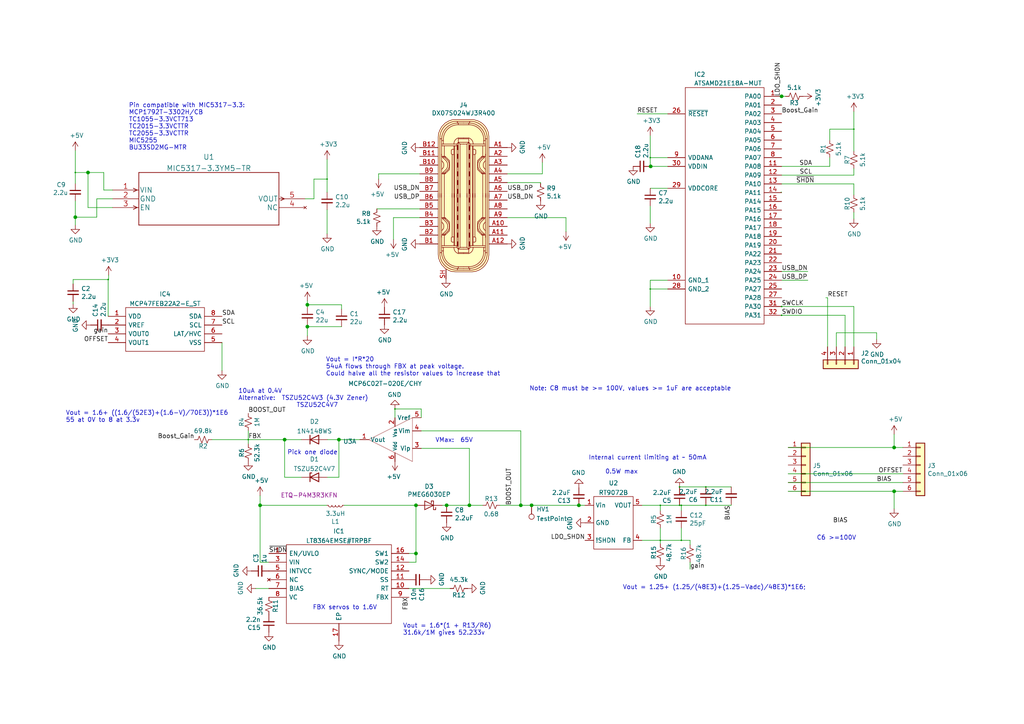
<source format=kicad_sch>
(kicad_sch (version 20231120) (generator "eeschema") (generator_version "8.0")
  (paper "A4")
  (lib_symbols
    (symbol "2021-12-04_19-05-44:MIC5317-3.3YM5-TR" (pin_names (offset 0.254))
      (property "Reference" "U" (at 27.94 10.16 0))
      (property "Value" "MIC5317-3.3YM5-TR" (at 27.94 7.62 0))
      (symbol "MIC5317-3.3YM5-TR_1_1"
        (pin input line (at 0 0 0) (length 7.62) (name "VIN") (number "1"))
        (pin power_in line (at 0 -2.54 0) (length 7.62) (name "GND") (number "2"))
        (pin input line (at 0 -5.08 0) (length 7.62) (name "EN") (number "3"))
        (pin no_connect line (at 55.88 -5.08 180) (length 7.62) (name "NC") (number "4"))
        (pin output line (at 55.88 -2.54 180) (length 7.62) (name "VOUT") (number "5"))
      )
    )
    (symbol "ATSAMD21E18A-AFT:ATSAMD21E18A-AFT" (pin_names (offset 0.762))
      (property "Reference" "IC" (at 29.21 20.32 0))
      (property "Value" "ATSAMD21E18A-AFT" (at 29.21 17.78 0))
      (symbol "ATSAMD21E18A-AFT_0_0"
        (pin bidirectional line (at 33.02 12.7 180) (length 5.08) (name "PA00") (number "1"))
        (pin bidirectional line (at 0 -40.64 0) (length 5.08) (name "GND_1") (number "10"))
        (pin bidirectional line (at 33.02 -7.62 180) (length 5.08) (name "PA08") (number "11"))
        (pin bidirectional line (at 33.02 -10.16 180) (length 5.08) (name "PA09") (number "12"))
        (pin bidirectional line (at 33.02 -12.7 180) (length 5.08) (name "PA10") (number "13"))
        (pin bidirectional line (at 33.02 -15.24 180) (length 5.08) (name "PA11") (number "14"))
        (pin bidirectional line (at 33.02 -17.78 180) (length 5.08) (name "PA14") (number "15"))
        (pin bidirectional line (at 33.02 -20.32 180) (length 5.08) (name "PA15") (number "16"))
        (pin bidirectional line (at 33.02 -22.86 180) (length 5.08) (name "PA16") (number "17"))
        (pin bidirectional line (at 33.02 -25.4 180) (length 5.08) (name "PA17") (number "18"))
        (pin bidirectional line (at 33.02 -27.94 180) (length 5.08) (name "PA18") (number "19"))
        (pin bidirectional line (at 33.02 10.16 180) (length 5.08) (name "PA01") (number "2"))
        (pin bidirectional line (at 33.02 -30.48 180) (length 5.08) (name "PA19") (number "20"))
        (pin bidirectional line (at 33.02 -33.02 180) (length 5.08) (name "PA22") (number "21"))
        (pin bidirectional line (at 33.02 -35.56 180) (length 5.08) (name "PA23") (number "22"))
        (pin bidirectional line (at 33.02 -38.1 180) (length 5.08) (name "PA24") (number "23"))
        (pin bidirectional line (at 33.02 -40.64 180) (length 5.08) (name "PA25") (number "24"))
        (pin bidirectional line (at 33.02 -43.18 180) (length 5.08) (name "PA27") (number "25"))
        (pin bidirectional line (at 33.02 -45.72 180) (length 5.08) (name "PA28") (number "27"))
        (pin bidirectional line (at 0 -43.18 0) (length 5.08) (name "GND_2") (number "28"))
        (pin bidirectional line (at 0 -13.97 0) (length 5.08) (name "VDDCORE") (number "29"))
        (pin bidirectional line (at 33.02 7.62 180) (length 5.08) (name "PA02") (number "3"))
        (pin bidirectional line (at 0 -7.62 0) (length 5.08) (name "VDDIN") (number "30"))
        (pin bidirectional line (at 33.02 -48.26 180) (length 5.08) (name "PA30") (number "31"))
        (pin bidirectional line (at 33.02 -50.8 180) (length 5.08) (name "PA31") (number "32"))
        (pin bidirectional line (at 0 -43.18 0) (length 5.08) hide (name "EP") (number "33"))
        (pin bidirectional line (at 33.02 5.08 180) (length 5.08) (name "PA03") (number "4"))
        (pin bidirectional line (at 33.02 2.54 180) (length 5.08) (name "PA04") (number "5"))
        (pin bidirectional line (at 33.02 0 180) (length 5.08) (name "PA05") (number "6"))
        (pin bidirectional line (at 33.02 -2.54 180) (length 5.08) (name "PA06") (number "7"))
        (pin bidirectional line (at 33.02 -5.08 180) (length 5.08) (name "PA07") (number "8"))
        (pin bidirectional line (at 0 -5.08 0) (length 5.08) (name "VDDANA") (number "9"))
      )
      (symbol "ATSAMD21E18A-AFT_1_0"
        (pin bidirectional line (at 0 7.62 0) (length 5.08) (name "~{RESET}") (number "26"))
      )
    )
    (symbol "Connector:TestPoint" (pin_numbers hide) (pin_names (offset 0.762) hide)
      (property "Reference" "TP" (at 0 6.858 0))
      (property "Value" "TestPoint" (at 0 5.08 0))
      (symbol "TestPoint_1_1"
        (pin passive line (at 0 0 90) (length 2.54) (name "1") (number "1"))
      )
    )
    (symbol "Connector_Generic:Conn_01x04" (pin_names hide)
      (property "Reference" "J" (at 0 5.08 0))
      (property "Value" "Conn_01x04" (at 0 -7.62 0))
      (symbol "Conn_01x04_1_1"
        (pin passive line (at -5.08 2.54 0) (length 3.81) (name "Pin_1") (number "1"))
        (pin passive line (at -5.08 0 0) (length 3.81) (name "Pin_2") (number "2"))
        (pin passive line (at -5.08 -2.54 0) (length 3.81) (name "Pin_3") (number "3"))
        (pin passive line (at -5.08 -5.08 0) (length 3.81) (name "Pin_4") (number "4"))
      )
    )
    (symbol "Connector_Generic:Conn_01x06" (pin_names hide)
      (property "Reference" "J" (at 0 7.62 0))
      (property "Value" "Conn_01x06" (at 0 -10.16 0))
      (symbol "Conn_01x06_1_1"
        (pin passive line (at -5.08 5.08 0) (length 3.81) (name "Pin_1") (number "1"))
        (pin passive line (at -5.08 2.54 0) (length 3.81) (name "Pin_2") (number "2"))
        (pin passive line (at -5.08 0 0) (length 3.81) (name "Pin_3") (number "3"))
        (pin passive line (at -5.08 -2.54 0) (length 3.81) (name "Pin_4") (number "4"))
        (pin passive line (at -5.08 -5.08 0) (length 3.81) (name "Pin_5") (number "5"))
        (pin passive line (at -5.08 -7.62 0) (length 3.81) (name "Pin_6") (number "6"))
      )
    )
    (symbol "Device:C_Small" (pin_numbers hide) (pin_names (offset 0.254) hide)
      (property "Reference" "C" (at 0.254 1.778 0))
      (property "Value" "C_Small" (at 0.254 -2.032 0))
      (symbol "C_Small_1_1"
        (pin passive line (at 0 2.54 270) (length 2.032) (name "~") (number "1"))
        (pin passive line (at 0 -2.54 90) (length 2.032) (name "~") (number "2"))
      )
    )
    (symbol "Device:C_Small_7" (pin_numbers hide) (pin_names (offset 0.254) hide)
      (property "Reference" "C" (at 0.254 1.778 0))
      (property "Value" "C_Small" (at 0.254 -2.032 0))
      (symbol "C_Small_7_1_1"
        (pin passive line (at 0 2.54 270) (length 2.032) (name "~") (number "1"))
        (pin passive line (at 0 -2.54 90) (length 2.032) (name "~") (number "2"))
      )
    )
    (symbol "Device:D_Zener" (pin_numbers hide) (pin_names (offset 1.016) hide)
      (property "Reference" "D" (at 0 2.54 0))
      (property "Value" "D_Zener" (at 0 -2.54 0))
      (symbol "D_Zener_1_1"
        (pin passive line (at -3.81 0 0) (length 2.54) (name "K") (number "1"))
        (pin passive line (at 3.81 0 180) (length 2.54) (name "A") (number "2"))
      )
    )
    (symbol "Device:L_Small" (pin_numbers hide) (pin_names (offset 0.254) hide)
      (property "Reference" "L" (at 0.762 1.016 0))
      (property "Value" "L_Small" (at 0.762 -1.016 0))
      (symbol "L_Small_1_1"
        (pin passive line (at 0 2.54 270) (length 0.508) (name "~") (number "1"))
        (pin passive line (at 0 -2.54 90) (length 0.508) (name "~") (number "2"))
      )
    )
    (symbol "Device:R_Small_US" (pin_numbers hide) (pin_names (offset 0.254) hide)
      (property "Reference" "R" (at 0.762 0.508 0))
      (property "Value" "R_Small_US" (at 0.762 -1.016 0))
      (symbol "R_Small_US_1_1"
        (pin passive line (at 0 2.54 270) (length 1.016) (name "~") (number "1"))
        (pin passive line (at 0 -2.54 90) (length 1.016) (name "~") (number "2"))
      )
    )
    (symbol "Device:R_Small_US_1" (pin_numbers hide) (pin_names (offset 0.254) hide)
      (property "Reference" "R" (at 0.762 0.508 0))
      (property "Value" "R_Small_US" (at 0.762 -1.016 0))
      (symbol "R_Small_US_1_1_1"
        (pin passive line (at 0 2.54 270) (length 1.016) (name "~") (number "1"))
        (pin passive line (at 0 -2.54 90) (length 1.016) (name "~") (number "2"))
      )
    )
    (symbol "Device:R_Small_US_10" (pin_numbers hide) (pin_names (offset 0.254) hide)
      (property "Reference" "R" (at 0.762 0.508 0))
      (property "Value" "R_Small_US" (at 0.762 -1.016 0))
      (symbol "R_Small_US_10_1_1"
        (pin passive line (at 0 2.54 270) (length 1.016) (name "~") (number "1"))
        (pin passive line (at 0 -2.54 90) (length 1.016) (name "~") (number "2"))
      )
    )
    (symbol "Device:R_Small_US_4" (pin_numbers hide) (pin_names (offset 0.254) hide)
      (property "Reference" "R" (at 0.762 0.508 0))
      (property "Value" "R_Small_US" (at 0.762 -1.016 0))
      (symbol "R_Small_US_4_1_1"
        (pin passive line (at 0 2.54 270) (length 1.016) (name "~") (number "1"))
        (pin passive line (at 0 -2.54 90) (length 1.016) (name "~") (number "2"))
      )
    )
    (symbol "Diode:1N4148" (pin_numbers hide) (pin_names (offset 1.016) hide)
      (property "Reference" "D" (at 0 2.54 0))
      (property "Value" "1N4148" (at 0 -2.54 0))
      (symbol "1N4148_1_1"
        (pin passive line (at -3.81 0 0) (length 2.54) (name "K") (number "1"))
        (pin passive line (at 3.81 0 180) (length 2.54) (name "A") (number "2"))
      )
    )
    (symbol "Diode:PMEG6010CEJ" (pin_numbers hide) (pin_names hide)
      (property "Reference" "D" (at 0 2.54 0))
      (property "Value" "PMEG6010CEJ" (at 0 -2.54 0))
      (symbol "PMEG6010CEJ_1_1"
        (pin passive line (at -3.81 0 0) (length 2.54) (name "K") (number "1"))
        (pin passive line (at 3.81 0 180) (length 2.54) (name "A") (number "2"))
      )
    )
    (symbol "MCP47FEB:LT8364EMSE#TRPBF" (pin_names (offset 0.762))
      (property "Reference" "IC" (at 36.83 7.62 0))
      (property "Value" "LT8364EMSE#TRPBF" (at 36.83 5.08 0))
      (symbol "LT8364EMSE#TRPBF_0_0"
        (pin passive line (at 0 0 0) (length 5.08) (name "EN/UVLO") (number "1"))
        (pin passive line (at 40.64 -10.16 180) (length 5.08) (name "RT") (number "10"))
        (pin passive line (at 40.64 -7.62 180) (length 5.08) (name "SS") (number "11"))
        (pin passive line (at 40.64 -5.08 180) (length 5.08) (name "SYNC/MODE") (number "12"))
        (pin passive line (at 40.64 -2.54 180) (length 5.08) (name "SW2") (number "14"))
        (pin passive line (at 40.64 0 180) (length 5.08) (name "SW1") (number "16"))
        (pin passive line (at 20.32 -25.4 90) (length 5.08) (name "EP") (number "17"))
        (pin passive line (at 0 -2.54 0) (length 5.08) (name "VIN") (number "3"))
        (pin passive line (at 0 -5.08 0) (length 5.08) (name "INTVCC") (number "5"))
        (pin no_connect line (at 0 -7.62 0) (length 5.08) (name "NC") (number "6"))
        (pin passive line (at 0 -10.16 0) (length 5.08) (name "BIAS") (number "7"))
        (pin passive line (at 0 -12.7 0) (length 5.08) (name "VC") (number "8"))
        (pin passive line (at 40.64 -12.7 180) (length 5.08) (name "FBX") (number "9"))
      )
    )
    (symbol "MCP6C02:MCP6C02"
      (property "Reference" "U" (at -2.54 7.62 0))
      (property "Value" "MCP6C02" (at 1.27 -11.43 0))
      (symbol "MCP6C02_1_1"
        (pin output line (at 11.43 0 180) (length 2.54) (name "Vout") (number "1"))
        (pin power_in line (at 1.27 -6.35 90) (length 2.54) (name "Vss") (number "2"))
        (pin input line (at -6.35 2.54 0) (length 2.54) (name "Vip") (number "3"))
        (pin input line (at -6.35 -2.54 0) (length 2.54) (name "Vim") (number "4"))
        (pin input line (at -6.35 -6.35 0) (length 2.54) (name "Vref") (number "5"))
        (pin power_in line (at 1.27 6.35 270) (length 2.54) (name "Vdd") (number "6"))
      )
      (symbol "MCP6C02_2_1"
        (pin power_in line (at 2.54 2.54 90) (length 2.54) (name "Vdd") (number "-UB"))
        (pin output line (at 11.43 0 180) (length 2.54) (name "Vout") (number "1-UB"))
        (pin power_in line (at 2.54 -3.81 270) (length 2.54) (name "Vss") (number "2-UB"))
        (pin input line (at -6.35 2.54 0) (length 2.54) (name "Vip") (number "3-UB"))
        (pin input line (at -6.35 -2.54 0) (length 2.54) (name "Vim") (number "4-UB"))
        (pin input line (at -6.35 -6.35 0) (length 2.54) (name "Vref") (number "5-UB"))
      )
      (symbol "MCP6C02_3_1"
        (pin power_in line (at 2.54 2.54 90) (length 2.54) (name "Vdd") (number "-UC"))
        (pin output line (at 11.43 0 180) (length 2.54) (name "Vout") (number "1-UC"))
        (pin power_in line (at 2.54 -3.81 270) (length 2.54) (name "Vss") (number "2-UC"))
        (pin input line (at -6.35 2.54 0) (length 2.54) (name "Vip") (number "3-UC"))
        (pin input line (at -6.35 -2.54 0) (length 2.54) (name "Vim") (number "4-UC"))
        (pin input line (at -6.35 -6.35 0) (length 2.54) (name "Vref") (number "5-UC"))
      )
      (symbol "MCP6C02_4_1"
        (pin power_in line (at 2.54 2.54 90) (length 2.54) (name "Vdd") (number "-UD"))
        (pin output line (at 11.43 0 180) (length 2.54) (name "Vout") (number "1-UD"))
        (pin power_in line (at 2.54 -3.81 270) (length 2.54) (name "Vss") (number "2-UD"))
        (pin input line (at -6.35 2.54 0) (length 2.54) (name "Vip") (number "3-UD"))
        (pin input line (at -6.35 -2.54 0) (length 2.54) (name "Vim") (number "4-UD"))
        (pin input line (at -6.35 -6.35 0) (length 2.54) (name "Vref") (number "5-UD"))
      )
      (symbol "MCP6C02_5_1"
        (pin power_in line (at 2.54 2.54 90) (length 2.54) (name "Vdd") (number "-UE"))
        (pin output line (at 11.43 0 180) (length 2.54) (name "Vout") (number "1-UE"))
        (pin power_in line (at 2.54 -3.81 270) (length 2.54) (name "Vss") (number "2-UE"))
        (pin input line (at -6.35 2.54 0) (length 2.54) (name "Vip") (number "3-UE"))
        (pin input line (at -6.35 -2.54 0) (length 2.54) (name "Vim") (number "4-UE"))
        (pin input line (at -6.35 -6.35 0) (length 2.54) (name "Vref") (number "5-UE"))
      )
      (symbol "MCP6C02_6_1"
        (pin power_in line (at 2.54 2.54 90) (length 2.54) (name "Vdd") (number "-UF"))
        (pin output line (at 11.43 0 180) (length 2.54) (name "Vout") (number "1-UF"))
        (pin power_in line (at 2.54 -3.81 270) (length 2.54) (name "Vss") (number "2-UF"))
        (pin input line (at -6.35 2.54 0) (length 2.54) (name "Vip") (number "3-UF"))
        (pin input line (at -6.35 -2.54 0) (length 2.54) (name "Vim") (number "4-UF"))
        (pin input line (at -6.35 -6.35 0) (length 2.54) (name "Vref") (number "5-UF"))
      )
    )
    (symbol "MicroChip DACs:MCP47FEB22A2-E_ST" (pin_names (offset 0.762))
      (property "Reference" "IC" (at 29.21 7.62 0))
      (property "Value" "MCP47FEB22A2-E_ST" (at 29.21 5.08 0))
      (symbol "MCP47FEB22A2-E_ST_0_0"
        (pin passive line (at 0 0 0) (length 5.08) (name "VDD") (number "1"))
        (pin passive line (at 0 -2.54 0) (length 5.08) (name "VREF") (number "2"))
        (pin passive line (at 0 -5.08 0) (length 5.08) (name "VOUT0") (number "3"))
        (pin passive line (at 0 -7.62 0) (length 5.08) (name "VOUT1") (number "4"))
        (pin passive line (at 33.02 -7.62 180) (length 5.08) (name "VSS") (number "5"))
        (pin passive line (at 33.02 -5.08 180) (length 5.08) (name "LAT/HVC") (number "6"))
        (pin passive line (at 33.02 -2.54 180) (length 5.08) (name "SCL") (number "7"))
        (pin passive line (at 33.02 0 180) (length 5.08) (name "SDA") (number "8"))
      )
    )
    (symbol "dk_USB-DVI-HDMI-Connectors:DX07S024WJ3R400"
      (property "Reference" "J" (at -11.43 19.05 0))
      (property "Value" "DX07S024WJ3R400" (at -2.54 -24.13 0))
      (symbol "DX07S024WJ3R400_1_1"
        (pin passive line (at 12.7 13.97 180) (length 5.334) (name "~") (number "A1"))
        (pin passive line (at 12.7 -8.89 180) (length 5.334) (name "~") (number "A10"))
        (pin passive line (at 12.7 -11.43 180) (length 5.334) (name "~") (number "A11"))
        (pin passive line (at 12.7 -13.97 180) (length 5.334) (name "~") (number "A12"))
        (pin passive line (at 12.7 11.43 180) (length 5.334) (name "~") (number "A2"))
        (pin passive line (at 12.7 8.89 180) (length 5.334) (name "~") (number "A3"))
        (pin passive line (at 12.7 6.35 180) (length 5.334) (name "~") (number "A4"))
        (pin passive line (at 12.7 3.81 180) (length 5.334) (name "~") (number "A5"))
        (pin passive line (at 12.7 1.27 180) (length 5.334) (name "~") (number "A6"))
        (pin passive line (at 12.7 -1.27 180) (length 5.334) (name "~") (number "A7"))
        (pin passive line (at 12.7 -3.81 180) (length 5.334) (name "~") (number "A8"))
        (pin passive line (at 12.7 -6.35 180) (length 5.334) (name "~") (number "A9"))
        (pin passive line (at -12.7 -13.97 0) (length 5.334) (name "~") (number "B1"))
        (pin passive line (at -12.7 8.89 0) (length 5.334) (name "~") (number "B10"))
        (pin passive line (at -12.7 11.43 0) (length 5.334) (name "~") (number "B11"))
        (pin passive line (at -12.7 13.97 0) (length 5.334) (name "~") (number "B12"))
        (pin passive line (at -12.7 -11.43 0) (length 5.334) (name "~") (number "B2"))
        (pin passive line (at -12.7 -8.89 0) (length 5.334) (name "~") (number "B3"))
        (pin passive line (at -12.7 -6.35 0) (length 5.334) (name "~") (number "B4"))
        (pin passive line (at -12.7 -3.81 0) (length 5.334) (name "~") (number "B5"))
        (pin passive line (at -12.7 -1.27 0) (length 5.334) (name "~") (number "B6"))
        (pin passive line (at -12.7 1.27 0) (length 5.334) (name "~") (number "B7"))
        (pin passive line (at -12.7 3.81 0) (length 5.334) (name "~") (number "B8"))
        (pin passive line (at -12.7 6.35 0) (length 5.334) (name "~") (number "B9"))
        (pin input line (at -5.08 -24.13 90) (length 2.794) (name "~") (number "SH"))
      )
    )
    (symbol "power:+3V3" (power) (pin_names (offset 0))
      (property "Value" "+3V3" (at 0 3.556 0))
      (symbol "+3V3_1_1"
        (pin power_in line (at 0 0 90) (length 0) hide (name "+3V3") (number "1"))
      )
    )
    (symbol "power:+5V" (power) (pin_names (offset 0))
      (property "Value" "+5V" (at 0 3.556 0))
      (symbol "+5V_1_1"
        (pin power_in line (at 0 0 90) (length 0) hide (name "+5V") (number "1"))
      )
    )
    (symbol "power:+5V_5" (power) (pin_names (offset 0))
      (property "Value" "+5V" (at 0 3.556 0))
      (symbol "+5V_5_1_1"
        (pin power_in line (at 0 0 90) (length 0) hide (name "+5V") (number "1"))
      )
    )
    (symbol "power:GND" (power) (pin_names (offset 0))
      (property "Value" "GND" (at 0 -3.81 0))
      (symbol "GND_1_1"
        (pin power_in line (at 0 0 270) (length 0) hide (name "GND") (number "1"))
      )
    )
    (symbol "power:GND_1" (power) (pin_names (offset 0))
      (property "Value" "GND" (at 0 -3.81 0))
      (symbol "GND_1_1_1"
        (pin power_in line (at 0 0 270) (length 0) hide (name "GND") (number "1"))
      )
    )
    (symbol "power:GND_16" (power) (pin_names (offset 0))
      (property "Value" "GND" (at 0 -3.81 0))
      (symbol "GND_16_1_1"
        (pin power_in line (at 0 0 270) (length 0) hide (name "GND") (number "1"))
      )
    )
    (symbol "power:GND_3" (power) (pin_names (offset 0))
      (property "Value" "GND" (at 0 -3.81 0))
      (symbol "GND_3_1_1"
        (pin power_in line (at 0 0 270) (length 0) hide (name "GND") (number "1"))
      )
    )
    (symbol "power:GND_4" (power) (pin_names (offset 0))
      (property "Value" "GND" (at 0 -3.81 0))
      (symbol "GND_4_1_1"
        (pin power_in line (at 0 0 270) (length 0) hide (name "GND") (number "1"))
      )
    )
    (symbol "sipm:RT9072B"
      (property "Reference" "U" (at -1.27 -10.16 0))
      (property "Value" "RT9072B" (at -1.27 8.89 0))
      (symbol "RT9072B_1_1"
        (pin input line (at -8.89 5.08 0) (length 2.54) (name "Vin") (number "1"))
        (pin input line (at -8.89 0 0) (length 2.54) (name "GND") (number "2"))
        (pin input line (at -8.89 -5.08 0) (length 2.54) (name "!SHDN") (number "3"))
        (pin input line (at 7.62 -5.08 180) (length 2.54) (name "FB") (number "4"))
        (pin input line (at 7.62 5.08 180) (length 2.54) (name "VOUT") (number "5"))
      )
    )
  )
  (junction (at 226.695 88.9) (diameter 0.3048))
  (junction (at 82.55 127.508))
  (junction (at 197.612 156.718) (diameter 0.3048))
  (junction (at 75.438 146.558))
  (junction (at 259.334 129.794))
  (junction (at 89.154 88.392))
  (junction (at 191.516 146.558) (diameter 0.3048))
  (junction (at 120.65 146.558))
  (junction (at 204.724 146.558) (diameter 0.3048))
  (junction (at 197.104 146.558) (diameter 0.3048))
  (junction (at 72.009 127.508) (diameter 0.3048))
  (junction (at 247.65 37.465) (diameter 0.3048))
  (junction (at 191.516 156.718) (diameter 0.3048))
  (junction (at 167.894 146.558))
  (junction (at 259.334 142.494))
  (junction (at 197.104 141.224) (diameter 0.3048))
  (junction (at 25.527 50.038))
  (junction (at 89.154 94.742))
  (junction (at 188.595 83.82) (diameter 0.3048))
  (junction (at 204.724 141.224) (diameter 0.3048))
  (junction (at 120.65 160.528))
  (junction (at 188.595 45.72) (diameter 0.3048))
  (junction (at 226.695 91.44) (diameter 0.3048))
  (junction (at 94.869 51.943) (diameter 0.3048))
  (junction (at 21.844 62.992))
  (junction (at 98.298 127.508))
  (junction (at 136.144 146.558))
  (junction (at 21.844 50.038) (diameter 0.3048))
  (junction (at 188.722 48.26))
  (junction (at 151.0538 146.558))
  (junction (at 226.695 27.94))
  (junction (at 129.54 146.558))
  (junction (at 154.178 146.558))
  (junction (at 114.554 118.618) (diameter 0.3048))
  (junction (at 197.612 146.558) (diameter 0.3048))
  (junction (at 31.369 81.0768) (diameter 0.3048))
  (wire (pts (xy 193.675 83.82) (xy 188.595 83.82)))
  (wire (pts (xy 228.6 129.794) (xy 259.334 129.794)))
  (wire (pts (xy 254.254 96.52) (xy 254.254 98.425)))
  (wire (pts (xy 30.099 50.038) (xy 30.099 55.118)))
  (wire (pts (xy 247.65 88.9) (xy 247.65 100.584)))
  (wire (pts (xy 191.516 156.718) (xy 197.612 156.718)))
  (wire (pts (xy 197.612 156.718) (xy 200.152 156.718)))
  (wire (pts (xy 200.152 156.718) (xy 200.152 157.988)))
  (wire (pts (xy 109.8042 50.419) (xy 109.8042 51.943)))
  (wire (pts (xy 147.1422 63.119) (xy 164.1602 63.119)))
  (wire (pts (xy 197.104 141.224) (xy 197.104 141.478)))
  (wire (pts (xy 259.334 129.794) (xy 261.874 129.794)))
  (wire (pts (xy 193.675 54.61) (xy 188.595 54.61)))
  (wire (pts (xy 72.009 124.968) (xy 72.009 127.508)))
  (wire (pts (xy 122.174 124.968) (xy 151.0538 124.968)))
  (wire (pts (xy 21.209 81.0768) (xy 31.369 81.0768)))
  (wire (pts (xy 136.144 130.048) (xy 136.144 146.558)))
  (wire (pts (xy 226.695 88.9) (xy 247.65 88.9)))
  (wire (pts (xy 239.522 86.36) (xy 240.03 86.36)))
  (wire (pts (xy 240.665 48.26) (xy 240.665 45.72)))
  (wire (pts (xy 240.665 37.465) (xy 240.665 40.64)))
  (wire (pts (xy 188.595 45.72) (xy 193.675 45.72)))
  (wire (pts (xy 184.785 33.02) (xy 193.675 33.02)))
  (wire (pts (xy 226.695 27.94) (xy 227.838 27.94)))
  (wire (pts (xy 226.568 27.94) (xy 226.695 27.94)))
  (wire (pts (xy 156.7942 52.959) (xy 156.7942 53.213)))
  (wire (pts (xy 89.154 88.392) (xy 89.154 87.249)))
  (wire (pts (xy 89.154 89.154) (xy 89.154 88.392)))
  (wire (pts (xy 21.844 50.038) (xy 25.527 50.038)))
  (wire (pts (xy 25.527 50.038) (xy 30.099 50.038)))
  (wire (pts (xy 118.618 163.068) (xy 120.65 163.068)))
  (wire (pts (xy 120.65 163.068) (xy 120.65 160.528)))
  (wire (pts (xy 118.618 160.528) (xy 120.65 160.528)))
  (wire (pts (xy 247.65 37.465) (xy 247.65 43.815)))
  (wire (pts (xy 247.65 63.5) (xy 247.65 61.595)))
  (wire (pts (xy 147.1422 50.419) (xy 157.3022 50.419)))
  (wire (pts (xy 259.334 142.494) (xy 259.334 147.574)))
  (wire (pts (xy 75.438 143.764) (xy 75.438 146.558)))
  (wire (pts (xy 197.104 141.224) (xy 204.724 141.224)))
  (wire (pts (xy 89.154 94.742) (xy 89.154 97.409)))
  (wire (pts (xy 89.154 94.234) (xy 89.154 94.742)))
  (wire (pts (xy 114.1222 63.119) (xy 114.1222 69.469)))
  (wire (pts (xy 212.09 146.558) (xy 212.09 146.304)))
  (wire (pts (xy 204.724 146.558) (xy 212.09 146.558)))
  (wire (pts (xy 226.695 91.44) (xy 245.11 91.44)))
  (wire (pts (xy 186.182 146.558) (xy 191.516 146.558)))
  (wire (pts (xy 191.516 146.558) (xy 197.104 146.558)))
  (wire (pts (xy 242.57 100.584) (xy 242.57 96.52)))
  (wire (pts (xy 114.554 118.618) (xy 114.554 121.158)))
  (wire (pts (xy 226.695 81.28) (xy 234.315 81.28)))
  (wire (pts (xy 228.6 142.494) (xy 259.334 142.494)))
  (wire (pts (xy 61.468 127.508) (xy 72.009 127.508)))
  (wire (pts (xy 259.334 142.494) (xy 261.874 142.494)))
  (wire (pts (xy 75.438 163.068) (xy 77.978 163.068)))
  (wire (pts (xy 226.568 88.9) (xy 226.695 88.9)))
  (wire (pts (xy 167.894 146.558) (xy 169.672 146.558)))
  (wire (pts (xy 247.65 32.385) (xy 247.65 37.465)))
  (wire (pts (xy 31.369 81.0768) (xy 31.496 81.0768)))
  (wire (pts (xy 200.152 163.068) (xy 200.152 165.1)))
  (wire (pts (xy 240.03 100.584) (xy 240.03 86.36)))
  (wire (pts (xy 145.034 146.558) (xy 151.0538 146.558)))
  (wire (pts (xy 154.178 146.558) (xy 167.894 146.558)))
  (wire (pts (xy 151.0538 146.558) (xy 154.178 146.558)))
  (wire (pts (xy 72.009 127.508) (xy 72.009 128.778)))
  (wire (pts (xy 188.595 48.26) (xy 188.595 45.72)))
  (wire (pts (xy 91.059 57.658) (xy 91.059 51.943)))
  (wire (pts (xy 240.665 37.465) (xy 247.65 37.465)))
  (wire (pts (xy 157.3022 50.419) (xy 157.3022 47.117)))
  (wire (pts (xy 186.182 156.718) (xy 191.516 156.718)))
  (wire (pts (xy 21.844 58.293) (xy 21.844 62.992)))
  (wire (pts (xy 21.844 62.992) (xy 21.844 65.278)))
  (wire (pts (xy 226.695 53.34) (xy 247.65 53.34)))
  (wire (pts (xy 247.65 50.8) (xy 247.65 48.895)))
  (wire (pts (xy 247.65 53.34) (xy 247.65 56.515)))
  (wire (pts (xy 75.438 146.558) (xy 75.438 163.068)))
  (wire (pts (xy 94.996 138.43) (xy 98.298 138.43)))
  (wire (pts (xy 98.298 138.43) (xy 98.298 127.508)))
  (wire (pts (xy 188.595 39.37) (xy 188.595 45.72)))
  (wire (pts (xy 130.556 170.688) (xy 118.618 170.688)))
  (wire (pts (xy 89.154 94.742) (xy 99.06 94.742)))
  (wire (pts (xy 109.8042 50.419) (xy 121.7422 50.419)))
  (wire (pts (xy 228.6 137.414) (xy 261.874 137.414)))
  (wire (pts (xy 91.059 51.943) (xy 94.869 51.943)))
  (wire (pts (xy 21.209 88.1888) (xy 21.209 87.4268)))
  (wire (pts (xy 94.869 51.943) (xy 94.869 55.753)))
  (wire (pts (xy 88.519 57.658) (xy 91.059 57.658)))
  (wire (pts (xy 32.639 55.118) (xy 30.099 55.118)))
  (wire (pts (xy 122.174 130.048) (xy 136.144 130.048)))
  (wire (pts (xy 64.389 99.3648) (xy 64.389 107.4928)))
  (wire (pts (xy 114.554 118.618) (xy 122.174 118.618)))
  (wire (pts (xy 188.595 83.82) (xy 188.595 88.9)))
  (wire (pts (xy 109.2962 60.579) (xy 121.7422 60.579)))
  (wire (pts (xy -142.494 55.372) (xy -142.494 61.976)))
  (wire (pts (xy 226.568 91.44) (xy 226.695 91.44)))
  (wire (pts (xy 122.174 121.158) (xy 122.174 118.618)))
  (wire (pts (xy 188.595 59.69) (xy 188.595 64.77)))
  (wire (pts (xy 191.516 153.162) (xy 191.516 156.718)))
  (wire (pts (xy 191.516 156.718) (xy 191.516 157.734)))
  (wire (pts (xy 72.009 127.508) (xy 82.55 127.508)))
  (wire (pts (xy 82.55 127.508) (xy 87.376 127.508)))
  (wire (pts (xy 259.334 129.794) (xy 259.334 125.984)))
  (wire (pts (xy 21.209 82.3468) (xy 21.209 81.0768)))
  (wire (pts (xy 21.844 50.038) (xy 21.844 53.213)))
  (wire (pts (xy 75.438 146.558) (xy 94.742 146.558)))
  (wire (pts (xy 82.55 138.43) (xy 82.55 127.508)))
  (wire (pts (xy 87.376 138.43) (xy 82.55 138.43)))
  (wire (pts (xy 120.65 146.558) (xy 120.65 160.528)))
  (wire (pts (xy 114.1222 63.119) (xy 121.7422 63.119)))
  (wire (pts (xy 242.57 96.52) (xy 254.254 96.52)))
  (wire (pts (xy 21.844 43.688) (xy 21.844 50.038)))
  (wire (pts (xy 226.695 78.74) (xy 234.315 78.74)))
  (wire (pts (xy 98.298 127.508) (xy 104.394 127.508)))
  (wire (pts (xy 94.996 127.508) (xy 98.298 127.508)))
  (wire (pts (xy 245.11 100.584) (xy 245.11 91.44)))
  (wire (pts (xy 193.675 48.26) (xy 188.722 48.26)))
  (wire (pts (xy 188.722 48.26) (xy 188.595 48.26)))
  (wire (pts (xy 25.527 60.198) (xy 25.527 50.038)))
  (wire (pts (xy 32.639 60.198) (xy 25.527 60.198)))
  (wire (pts (xy 99.822 146.558) (xy 120.65 146.558)))
  (wire (pts (xy 31.369 91.7448) (xy 31.369 81.0768)))
  (wire (pts (xy 197.612 146.558) (xy 204.724 146.558)))
  (wire (pts (xy 204.724 146.558) (xy 204.724 146.304)))
  (wire (pts (xy 197.104 146.558) (xy 197.612 146.558)))
  (wire (pts (xy 204.724 141.224) (xy 212.09 141.224)))
  (wire (pts (xy 147.1422 52.959) (xy 156.7942 52.959)))
  (wire (pts (xy 226.695 48.26) (xy 240.665 48.26)))
  (wire (pts (xy 188.595 81.28) (xy 188.595 83.82)))
  (wire (pts (xy 193.675 81.28) (xy 188.595 81.28)))
  (wire (pts (xy 28.067 57.658) (xy 28.067 62.992)))
  (wire (pts (xy 32.639 57.658) (xy 28.067 57.658)))
  (wire (pts (xy 21.844 62.992) (xy 28.067 62.992)))
  (wire (pts (xy 226.568 55.626) (xy 226.568 55.88)))
  (wire (pts (xy 226.568 55.88) (xy 226.695 55.88)))
  (wire (pts (xy 99.06 88.392) (xy 89.154 88.392)))
  (wire (pts (xy 99.06 89.662) (xy 99.06 88.392)))
  (wire (pts (xy 164.1602 63.119) (xy 164.1602 67.183)))
  (wire (pts (xy 197.612 153.162) (xy 197.612 156.718)))
  (wire (pts (xy 94.869 46.228) (xy 94.869 51.943)))
  (wire (pts (xy 151.0538 124.968) (xy 151.0538 146.558)))
  (wire (pts (xy 228.6 139.954) (xy 261.874 139.954)))
  (wire (pts (xy 74.168 170.688) (xy 77.978 170.688)))
  (wire (pts (xy 94.869 60.833) (xy 94.869 67.818)))
  (wire (pts (xy 191.516 146.558) (xy 191.516 148.082)))
  (wire (pts (xy 31.496 81.0768) (xy 31.496 79.8068)))
  (wire (pts (xy 197.612 146.558) (xy 197.612 148.082)))
  (wire (pts (xy 129.54 146.558) (xy 136.144 146.558)))
  (wire (pts (xy 136.144 146.558) (xy 139.954 146.558)))
  (wire (pts (xy 128.27 146.558) (xy 129.54 146.558)))
  (wire (pts (xy 226.695 50.8) (xy 247.65 50.8)))
  (text "Vout = 1.6*(1 + R13/R6)\n31.6k/1M gives 52.233v\n" (at 116.84 184.404 0) (effects (font (size 1.27 1.27)) (justify left bottom)))
  (text "Note: C8 must be >= 100V, values >= 1uF are acceptable" (at 212.09 113.538 0) (effects (font (size 1.27 1.27)) (justify right bottom)))
  (text "Vout = I*R*20\n54uA flows through FBX at peak voltage.  \nCould halve all the resistor values to increase that" (at 94.488 109.22 0) (effects (font (size 1.27 1.27)) (justify left bottom)))
  (text "Pick one diode" (at 83.312 132.08 0) (effects (font (size 1.27 1.27)) (justify left bottom)))
  (text "Internal current limiting at ~ 50mA" (at 170.688 133.604 0) (effects (font (size 1.27 1.27)) (justify left bottom)))
  (text "Pin compatible with MIC5317-3.3:\nMCP1792T-3302H/CB\nTC1055-3.3VCT713\nTC2015-3.3VCTTR\nTC2055-3.3VCTTR\nMIC5255\nBU33SD2MG-MTR" (at 37.338 43.688 0) (effects (font (size 1.27 1.27)) (justify left bottom)))
  (text "20x version?" (at -53.34 38.1 0) (effects (font (size 1.27 1.27)) (justify left bottom)))
  (text "0.5W max" (at 175.514 137.668 0) (effects (font (size 1.27 1.27)) (justify left bottom)))
  (text "10uA at 0.4V\nAlternative:  TSZU52C4V3 (4.3V Zener) \n			  TSZU52C4V7 " (at 69.088 118.364 0) (effects (font (size 1.27 1.27)) (justify left bottom)))
  (text "C6 >=100V" (at 236.855 156.845 0) (effects (font (size 1.27 1.27)) (justify left bottom)))
  (text "Vout = 1.25+ (1.25/(48E3)+(1.25-Vadc)/48E3)*1E6;" (at 180.594 171.196 0) (effects (font (size 1.27 1.27)) (justify left bottom)))
  (text "VMax:  65V" (at 126.238 128.524 0) (effects (font (size 1.27 1.27)) (justify left bottom)))
  (text "Vout = 1.6+ ((1.6/(52E3)+(1.6-V)/70E3))*1E6\n55 at 0V to 8 at 3.3v" (at 19.05 122.682 0) (effects (font (size 1.27 1.27)) (justify left bottom)))
  (text "FBX servos to 1.6V" (at 90.678 177.038 0) (effects (font (size 1.27 1.27)) (justify left bottom)))
  (label "USB_DN" (at 226.695 78.74 0))
  (label "FBX" (at 118.618 173.228 270))
  (label "BOOST_OUT" (at 72.009 119.888 0))
  (label "RESET" (at 184.785 33.02 0))
  (label "~{SHDN}" (at 236.22 53.34 180))
  (label "LDO_SHDN" (at 226.568 27.94 90))
  (label "SDA" (at 64.389 91.7448 0))
  (label "Boost_Gain" (at 56.388 127.508 180))
  (label "BIAS" (at 212.0744 146.558 270))
  (label "~{SHDN}" (at 77.978 160.528 0))
  (label "SWCLK" (at 226.695 88.9 0))
  (label "SCL" (at 235.585 50.8 180))
  (label "BIAS" (at 254.254 139.954 0))
  (label "USB_DN" (at 147.1422 58.039 0))
  (label "FBX" (at 72.009 127.508 0))
  (label "BIAS" (at 241.554 151.892 0))
  (label "RESET" (at 240.03 86.36 0))
  (label "OFFSET" (at 31.369 99.3648 180))
  (label "SCL" (at 64.389 94.2848 0))
  (label "Boost_Gain" (at 226.695 33.02 0))
  (label "USB_DP" (at 121.7422 58.039 180))
  (label "BOOST_OUT" (at 148.59 146.558 90))
  (label "OFFSET" (at 254.762 137.414 0))
  (label "gain" (at 200.152 165.1 0))
  (label "LDO_SHDN" (at 169.672 156.718 180))
  (label "USB_DN" (at 121.7422 55.499 180))
  (label "USB_DP" (at 226.695 81.28 0))
  (label "USB_DP" (at 147.1422 55.499 0))
  (label "gain" (at 31.369 96.8248 180))
  (label "SWDIO" (at 226.695 91.44 0))
  (label "SDA" (at 235.585 48.26 180))
  (symbol (lib_id "ATSAMD21E18A-AFT:ATSAMD21E18A-AFT") (at 193.675 40.64 0) (unit 1)
    (property "Reference" "IC2" (at 201.295 21.59 0) (effects (justify left)))
    (property "Value" "ATSAMD21E18A-MUT" (at 201.295 24.13 0) (effects (justify left)))
    (property "Footprint" "QFN-32-1EP_5x5mm_Pitch0.5mm" (effects (hide yes)))
    (property "Datasheet" "http://www.microchip.com/mymicrochip/filehandler.aspx?ddocname=en590209" (effects (hide yes)))
    (property "Description" "ARM Microcontrollers - MCU Cortex-M0+,64KB FLASH,8KB SRAM T&R, - 32TQFP 125C, GREEN,1.6-3.6V,48MHz" (effects (hide yes)))
    (property "Height" "1.2" (effects (hide yes)))
    (property "Manufacturer_Name" "Microchip" (effects (hide yes)))
    (property "Manufacturer_Part_Number" "ATSAMD21E18A-AFT" (effects (hide yes)))
    (property "Arrow Part Number" "ATSAMD21E18A-AFT" (effects (hide yes)))
    (property "Arrow Price/Stock" "https://www.arrow.com/en/products/atsamd21e18a-aft/microchip-technology" (effects (hide yes)))
  )
  (symbol (lib_id "power:GND") (at 188.595 88.9 0) (unit 1)
    (property "Reference" "#PWR0112" (effects (hide yes)))
    (property "Value" "GND" (at 188.722 93.2942 0))
  )
  (symbol (lib_id "power:+3V3") (at 188.595 39.37 0) (unit 1)
    (property "Reference" "#PWR0113" (effects (hide yes)))
    (property "Value" "+3V3" (at 188.976 34.9758 0))
  )
  (symbol (lib_id "Device:C_Small") (at 188.595 57.15 0) (unit 1)
    (property "Reference" "C7" (at 190.9318 55.9816 0) (effects (justify left)))
    (property "Value" "2.2u" (at 190.9318 58.293 0) (effects (justify left)))
    (property "Footprint" "C_0402_1005Metric" (effects (hide yes)))
  )
  (symbol (lib_id "power:GND") (at 188.595 64.77 0) (unit 1)
    (property "Reference" "#PWR0114" (effects (hide yes)))
    (property "Value" "GND" (at 188.722 69.1642 0))
  )
  (symbol (lib_id "power:GND") (at 254.254 98.425 0) (unit 1)
    (property "Reference" "#PWR0116" (effects (hide yes)))
    (property "Value" "GND" (at 254.381 102.8192 0))
  )
  (symbol (lib_id "power:+5V") (at 89.154 87.249 0) (mirror y) (unit 1)
    (property "Reference" "#PWR0101" (effects (hide yes)))
    (property "Value" "+5V" (at 88.773 82.8548 0))
  )
  (symbol (lib_id "Device:C_Small") (at 89.154 91.694 0) (unit 1)
    (property "Reference" "C4" (at 91.4908 90.5256 0) (effects (justify left)))
    (property "Value" "22u" (at 91.4908 92.837 0) (effects (justify left)))
    (property "Footprint" "footprints:C_0603_1608Metric" (effects (hide yes)))
    (property "Voltage" "10V" (effects (hide yes)))
  )
  (symbol (lib_id "power:GND") (at 89.154 97.409 0) (unit 1)
    (property "Reference" "#PWR0102" (effects (hide yes)))
    (property "Value" "GND" (at 89.281 101.8032 0))
  )
  (symbol (lib_id "power:GND") (at 197.104 141.224 180) (unit 1)
    (property "Reference" "#PWR0103" (effects (hide yes)))
    (property "Value" "GND" (at 196.977 136.8298 0))
  )
  (symbol (lib_id "Device:C_Small") (at 129.54 149.098 0) (unit 1)
    (property "Reference" "C8" (at 131.8768 147.9296 0) (effects (justify left)))
    (property "Value" "2.2uF" (at 131.877 150.241 0) (effects (justify left)))
    (property "Footprint" "Capacitor_SMD:C_1206_3216Metric" (effects (hide yes)))
    (property "Voltage" "100V" (effects (hide yes)))
  )
  (symbol (lib_id "power:GND") (at 129.54 151.638 0) (unit 1)
    (property "Reference" "#PWR0105" (effects (hide yes)))
    (property "Value" "GND" (at 129.667 156.0322 0))
  )
  (symbol (lib_id "power:GND") (at 259.334 147.574 0) (unit 1)
    (property "Reference" "#PWR0123" (effects (hide yes)))
    (property "Value" "GND" (at 259.461 151.9682 0))
  )
  (symbol (lib_id "power:+5V") (at 259.334 125.984 0) (unit 1)
    (property "Reference" "#PWR0124" (effects (hide yes)))
    (property "Value" "+5V" (at 259.715 121.5898 0))
  )
  (symbol (lib_id "Connector_Generic:Conn_01x06") (at 266.954 134.874 0) (unit 1)
    (property "Reference" "J3" (at 268.986 135.0772 0) (effects (justify left)))
    (property "Value" "Conn_01x06" (at 268.986 137.3886 0) (effects (justify left)))
    (property "Footprint" "footprints:PinHeader_2x03_P2.54mm_Vertical" (effects (hide yes)))
  )
  (symbol (lib_id "Device:R_Small_US") (at 109.2962 63.119 0) (mirror y) (unit 1)
    (property "Reference" "R8" (at 107.569 61.9506 0) (effects (justify left)))
    (property "Value" "5.1k" (at 107.569 64.262 0) (effects (justify left)))
    (property "Footprint" "R_0402_1005Metric" (effects (hide yes)))
  )
  (symbol (lib_id "Device:R_Small_US") (at 156.7942 55.753 0) (unit 1)
    (property "Reference" "R9" (at 158.5214 54.5846 0) (effects (justify left)))
    (property "Value" "5.1k" (at 158.5214 56.896 0) (effects (justify left)))
    (property "Footprint" "R_0402_1005Metric" (effects (hide yes)))
  )
  (symbol (lib_id "Device:R_Small_US") (at 240.665 43.18 0) (unit 1)
    (property "Reference" "R1" (at 238.76 43.18 90))
    (property "Value" "5.1k" (at 243.205 43.18 90))
    (property "Footprint" "R_0402_1005Metric" (effects (hide yes)))
  )
  (symbol (lib_id "Device:R_Small_US") (at 247.65 46.355 0) (unit 1)
    (property "Reference" "R7" (at 245.745 46.355 90))
    (property "Value" "5.1k" (at 250.19 46.355 90))
    (property "Footprint" "R_0402_1005Metric" (effects (hide yes)))
  )
  (symbol (lib_id "power:+3V3") (at 247.65 32.385 0) (unit 1)
    (property "Reference" "#PWR0115" (effects (hide yes)))
    (property "Value" "+3V3" (at 248.031 27.9908 0))
  )
  (symbol (lib_id "Device:R_Small_US") (at 247.65 59.055 0) (unit 1)
    (property "Reference" "R10" (at 245.745 59.055 90))
    (property "Value" "5.1k" (at 250.19 59.055 90))
    (property "Footprint" "R_0402_1005Metric" (effects (hide yes)))
  )
  (symbol (lib_id "power:GND") (at 247.65 63.5 0) (unit 1)
    (property "Reference" "#PWR0125" (effects (hide yes)))
    (property "Value" "GND" (at 247.777 67.8942 0))
  )
  (symbol (lib_id "dk_USB-DVI-HDMI-Connectors:DX07S024WJ3R400") (at 134.4422 56.769 0) (unit 1)
    (property "Reference" "J4" (at 134.4422 30.48 0))
    (property "Value" "DX07S024WJ3R400" (at 134.4422 32.7914 0))
    (property "Footprint" "digikey-footprints:USB-C_Female_Vert_DX07S024WJ3R400" (effects (hide yes)))
    (property "Datasheet" "https://www.jae.com/direct/topics/topics_file_download/topics_id=66513&ext_no=06&index=1&_lang=en" (effects (hide yes)))
    (property "Digi-Key_PN" "670-2950-1-ND" (effects (hide yes)))
    (property "MPN" "DX07S024WJ3R400" (effects (hide yes)))
    (property "Category" "Connectors, Interconnects" (effects (hide yes)))
    (property "Family" "USB, DVI, HDMI Connectors" (effects (hide yes)))
    (property "DK_Datasheet_Link" "https://www.jae.com/direct/topics/topics_file_download/topics_id=66513&ext_no=06&index=1&_lang=en" (effects (hide yes)))
    (property "DK_Detail_Page" "/product-detail/en/jae-electronics/DX07S024WJ3R400/670-2950-1-ND/6594046" (effects (hide yes)))
    (property "Description" "CONN RCPT USB3.1 TYPEC 24POS SMD" (effects (hide yes)))
    (property "Manufacturer" "JAE Electronics" (effects (hide yes)))
    (property "Status" "Active" (effects (hide yes)))
  )
  (symbol (lib_id "power:GND") (at 129.3622 80.899 0) (unit 1)
    (property "Reference" "#PWR0110" (effects (hide yes)))
    (property "Value" "GND" (at 129.4892 85.2932 0))
  )
  (symbol (lib_id "power:+5V") (at 114.1222 69.469 180) (unit 1)
    (property "Reference" "#PWR0111" (effects (hide yes)))
    (property "Value" "+5V" (at 113.7412 73.8632 0))
  )
  (symbol (lib_id "power:GND") (at 109.2962 65.659 0) (unit 1)
    (property "Reference" "#PWR0128" (effects (hide yes)))
    (property "Value" "GND" (at 109.4232 70.0532 0))
  )
  (symbol (lib_id "power:GND") (at 156.7942 58.293 0) (unit 1)
    (property "Reference" "#PWR0129" (effects (hide yes)))
    (property "Value" "GND" (at 156.9212 62.6872 0))
  )
  (symbol (lib_id "power:+5V") (at 157.3022 47.117 0) (unit 1)
    (property "Reference" "#PWR0130" (effects (hide yes)))
    (property "Value" "+5V" (at 157.6832 42.7228 0))
  )
  (symbol (lib_id "power:+5V") (at 164.1602 67.183 180) (unit 1)
    (property "Reference" "#PWR0131" (effects (hide yes)))
    (property "Value" "+5V" (at 163.7792 71.5772 0))
  )
  (symbol (lib_id "power:GND") (at 147.1422 70.739 90) (unit 1)
    (property "Reference" "#PWR0132" (effects (hide yes)))
    (property "Value" "GND" (at 151.5364 70.612 0))
  )
  (symbol (lib_id "power:GND") (at 147.1422 42.799 90) (unit 1)
    (property "Reference" "#PWR0133" (effects (hide yes)))
    (property "Value" "GND" (at 151.5364 42.672 0))
  )
  (symbol (lib_id "power:GND") (at 121.7422 42.799 270) (unit 1)
    (property "Reference" "#PWR0134" (effects (hide yes)))
    (property "Value" "GND" (at 117.348 42.926 0))
  )
  (symbol (lib_id "power:GND") (at 121.7422 70.739 270) (unit 1)
    (property "Reference" "#PWR0135" (effects (hide yes)))
    (property "Value" "GND" (at 117.348 70.866 0))
  )
  (symbol (lib_id "power:+5V") (at 109.8042 51.943 180) (unit 1)
    (property "Reference" "#PWR0118" (effects (hide yes)))
    (property "Value" "+5V" (at 109.4232 56.3372 0))
  )
  (symbol (lib_name "Device:R_Small_US_4") (lib_id "Device:R_Small_US") (at 77.978 175.768 180) (unit 1)
    (property "Reference" "R11" (at 79.883 175.768 90))
    (property "Value" "36.5k" (at 75.438 175.768 90))
    (property "Footprint" "R_0402_1005Metric" (effects (hide yes)))
  )
  (symbol (lib_id "Device:C_Small") (at 99.06 92.202 0) (unit 1)
    (property "Reference" "C1" (at 101.3968 91.0336 0) (effects (justify left)))
    (property "Value" "22u" (at 101.3968 93.345 0) (effects (justify left)))
    (property "Footprint" "footprints:C_0603_1608Metric" (effects (hide yes)))
    (property "Voltage" "10V" (effects (hide yes)))
  )
  (symbol (lib_name "power:GND_4") (lib_id "power:GND") (at 123.698 168.148 90) (unit 1)
    (property "Reference" "#PWR09" (effects (hide yes)))
    (property "Value" "GND" (at 128.0922 168.021 0))
  )
  (symbol (lib_name "power:+5V_5") (lib_id "power:+5V") (at 114.554 133.858 180) (unit 1)
    (property "Reference" "#PWR08" (effects (hide yes)))
    (property "Value" "+5V" (at 114.173 138.2522 0))
  )
  (symbol (lib_name "power:GND_16") (lib_id "power:GND") (at 114.554 118.618 180) (unit 1)
    (property "Reference" "#PWR07" (effects (hide yes)))
    (property "Value" "GND" (at 114.427 114.4778 0))
  )
  (symbol (lib_id "Connector_Generic:Conn_01x04") (at 245.11 105.664 270) (unit 1)
    (property "Reference" "J2" (at 249.6821 102.4826 90) (effects (justify left)))
    (property "Value" "Conn_01x04" (at 249.6821 104.7813 90) (effects (justify left)))
    (property "Footprint" "Connector_PinHeader_2.54mm:PinHeader_1x04_P2.54mm_Vertical_SMD_Pin1Right" (effects (hide yes)))
  )
  (symbol (lib_name "Device:C_Small_7") (lib_id "Device:C_Small") (at 75.438 165.608 90) (unit 1)
    (property "Reference" "C3" (at 74.2696 163.2712 0) (effects (justify left)))
    (property "Value" "1u" (at 76.581 163.2712 0) (effects (justify left)))
    (property "Footprint" "footprints:C_0402_1005Metric" (effects (hide yes)))
  )
  (symbol (lib_name "Device:R_Small_US_4") (lib_id "Device:R_Small_US") (at 58.928 127.508 90) (unit 1)
    (property "Reference" "R2" (at 58.928 129.413 90))
    (property "Value" "69.8k" (at 58.928 124.968 90))
    (property "Footprint" "R_0402_1005Metric" (effects (hide yes)))
  )
  (symbol (lib_id "Device:C_Small") (at 212.09 143.764 180) (unit 1)
    (property "Reference" "C11" (at 209.7532 144.9324 0) (effects (justify left)))
    (property "Value" "2.2uF" (at 209.753 142.621 0) (effects (justify left)))
    (property "Footprint" "Capacitor_SMD:C_1206_3216Metric" (effects (hide yes)))
    (property "Voltage" "100V" (effects (hide yes)))
  )
  (symbol (lib_name "power:+5V_5") (lib_id "power:+5V") (at 75.438 143.764 0) (unit 1)
    (property "Reference" "#PWR04" (effects (hide yes)))
    (property "Value" "+5V" (at 75.819 139.3698 0))
  )
  (symbol (lib_name "power:GND_1") (lib_id "power:GND") (at 72.009 133.858 0) (unit 1)
    (property "Reference" "#PWR01" (effects (hide yes)))
    (property "Value" "GND" (at 72.136 138.2522 0))
  )
  (symbol (lib_id "MCP47FEB:LT8364EMSE#TRPBF") (at 77.978 160.528 0) (unit 1)
    (property "Reference" "IC1" (at 98.298 154.0722 0))
    (property "Value" "LT8364EMSE#TRPBF" (at 98.298 156.8473 0))
    (property "Footprint" "footprints:LT8364IMSE-PBF" (effects (hide yes)))
    (property "Description" "Switching Voltage Regulators Low IQ Boost/SEPIC/ Inverting Converter with 4A, 60V Switch" (effects (hide yes)))
    (property "Height" "1.1" (effects (hide yes)))
    (property "Mouser Part Number" "584-LT8364EMSETRPBF" (effects (hide yes)))
    (property "Mouser Price/Stock" "https://www.mouser.co.uk/ProductDetail/Analog-Devices-Linear-Technology/LT8364EMSETRPBF?qs=W0yvOO0ixfE%252BchtJ1loGjA%3D%3D" (effects (hide yes)))
    (property "Manufacturer_Name" "Linear Technology" (effects (hide yes)))
    (property "Manufacturer_Part_Number" "LT8364EMSE#TRPBF" (effects (hide yes)))
  )
  (symbol (lib_name "Device:R_Small_US_10") (lib_id "Device:R_Small_US") (at 142.494 146.558 270) (unit 1)
    (property "Reference" "R13" (at 142.494 144.653 90))
    (property "Value" "0.68" (at 142.494 149.098 90))
    (property "Footprint" "R_0402_1005Metric" (effects (hide yes)))
  )
  (symbol (lib_id "Connector:TestPoint") (at 154.178 146.558 180) (unit 1)
    (property "Reference" "HV1" (at 155.575 147.6814 0) (effects (justify right)))
    (property "Value" "TestPoint" (at 155.575 150.4565 0) (effects (justify right)))
    (property "Footprint" "TestPoint:TestPoint_Pad_D1.0mm" (effects (hide yes)))
  )
  (symbol (lib_name "Device:R_Small_US_1") (lib_id "Device:R_Small_US") (at 72.009 122.428 0) (unit 1)
    (property "Reference" "R4" (at 70.104 122.428 90))
    (property "Value" "1M" (at 74.549 122.428 90))
    (property "Footprint" "R_0402_1005Metric" (effects (hide yes)))
  )
  (symbol (lib_id "power:+3V3") (at 232.918 27.94 270) (unit 1)
    (property "Reference" "#PWR0140" (effects (hide yes)))
    (property "Value" "+3V3" (at 237.3122 28.321 0))
  )
  (symbol (lib_id "power:+5V") (at 111.506 89.154 0) (mirror y) (unit 1)
    (property "Reference" "#PWR0104" (effects (hide yes)))
    (property "Value" "+5V" (at 111.125 84.7598 0))
  )
  (symbol (lib_id "power:+5V") (at 21.844 43.688 0) (unit 1)
    (property "Reference" "#PWR0122" (effects (hide yes)))
    (property "Value" "+5V" (at 22.225 39.2938 0))
  )
  (symbol (lib_name "Device:R_Small_US_4") (lib_id "Device:R_Small_US") (at 133.096 170.688 90) (unit 1)
    (property "Reference" "R12" (at 133.096 172.593 90))
    (property "Value" "45.3k" (at 133.096 168.148 90))
    (property "Footprint" "R_0402_1005Metric" (effects (hide yes)))
  )
  (symbol (lib_id "Device:L_Small") (at 97.282 146.558 270) (unit 1)
    (property "Reference" "L1" (at 97.282 151.257 90))
    (property "Value" "3.3uH" (at 97.282 148.946 90))
    (property "Footprint" "footprints:IND_ETQP4M3R3KFN" (effects (hide yes)))
    (property "MPN" "ETQ-P4M3R3KFN" (at 89.662 143.637 90))
  )
  (symbol (lib_id "power:GND") (at 64.389 107.4928 0) (unit 1)
    (property "Reference" "#PWR0107" (effects (hide yes)))
    (property "Value" "GND" (at 64.516 111.887 0))
  )
  (symbol (lib_name "power:GND_4") (lib_id "power:GND") (at 135.636 170.688 90) (unit 1)
    (property "Reference" "#PWR010" (effects (hide yes)))
    (property "Value" "GND" (at 140.0302 170.561 0))
  )
  (symbol (lib_id "Device:C_Small") (at 197.612 150.622 0) (unit 1)
    (property "Reference" "C12" (at 199.9488 149.4536 0) (effects (justify left)))
    (property "Value" "25pF" (at 199.9488 151.765 0) (effects (justify left)))
    (property "Footprint" "C_0402_1005Metric" (effects (hide yes)))
  )
  (symbol (lib_id "power:GND") (at 26.289 94.2848 270) (unit 1)
    (property "Reference" "#PWR0141" (effects (hide yes)))
    (property "Value" "GND" (at 21.8948 94.4118 0))
  )
  (symbol (lib_id "Device:R_Small_US") (at 200.152 160.528 0) (unit 1)
    (property "Reference" "R16" (at 198.247 160.528 90))
    (property "Value" "48.7k" (at 202.692 160.528 90))
    (property "Footprint" "R_0402_1005Metric" (effects (hide yes)))
  )
  (symbol (lib_id "power:GND") (at 191.516 162.814 0) (unit 1)
    (property "Reference" "#PWR0138" (effects (hide yes)))
    (property "Value" "GND" (at 191.643 167.2082 0))
  )
  (symbol (lib_name "power:GND_3") (lib_id "power:GND") (at 74.168 170.688 270) (mirror x) (unit 1)
    (property "Reference" "#PWR03" (effects (hide yes)))
    (property "Value" "GND" (at 69.7738 170.561 0))
  )
  (symbol (lib_id "power:GND") (at 183.642 48.26 0) (unit 1)
    (property "Reference" "#PWR0136" (effects (hide yes)))
    (property "Value" "GND" (at 183.769 52.6542 0))
  )
  (symbol (lib_name "power:GND_3") (lib_id "power:GND") (at 72.898 165.608 270) (mirror x) (unit 1)
    (property "Reference" "#PWR02" (effects (hide yes)))
    (property "Value" "GND" (at 68.5038 165.481 0))
  )
  (symbol (lib_name "Device:R_Small_US_4") (lib_id "Device:R_Small_US") (at 72.009 131.318 0) (unit 1)
    (property "Reference" "R6" (at 70.104 131.318 90))
    (property "Value" "52.3k" (at 74.549 131.318 90))
    (property "Footprint" "R_0402_1005Metric" (effects (hide yes)))
  )
  (symbol (lib_id "Diode:PMEG6010CEJ") (at 124.46 146.558 180) (unit 1)
    (property "Reference" "D3" (at 124.46 141.1032 0))
    (property "Value" "PMEG6030EP" (at 124.46 143.4019 0))
    (property "Footprint" "Diode_SMD:D_SOD-128" (effects (hide yes)))
    (property "Datasheet" "https://assets.nexperia.com/documents/data-sheet/PMEG6010CEH_PMEG6010CEJ.pdf" (effects (hide yes)))
  )
  (symbol (lib_id "power:GND") (at 111.506 94.234 0) (unit 1)
    (property "Reference" "#PWR0106" (effects (hide yes)))
    (property "Value" "GND" (at 111.633 98.6282 0))
  )
  (symbol (lib_id "Device:C_Small") (at 28.829 94.2848 90) (unit 1)
    (property "Reference" "C14" (at 27.6606 91.948 0) (effects (justify left)))
    (property "Value" "2.2u" (at 29.972 91.948 0) (effects (justify left)))
    (property "Footprint" "C_0402_1005Metric" (effects (hide yes)))
  )
  (symbol (lib_id "Device:C_Small") (at 186.182 48.26 90) (unit 1)
    (property "Reference" "C18" (at 185.0136 45.9232 0) (effects (justify left)))
    (property "Value" "2.2u" (at 187.325 45.9232 0) (effects (justify left)))
    (property "Footprint" "C_0402_1005Metric" (effects (hide yes)))
  )
  (symbol (lib_id "Connector_Generic:Conn_01x06") (at 233.68 134.874 0) (unit 1)
    (property "Reference" "J5" (at 235.712 135.0772 0) (effects (justify left)))
    (property "Value" "Conn_01x06" (at 235.712 137.3886 0) (effects (justify left)))
    (property "Footprint" "footprints:PinHeader_2x03_P2.54mm_Vertical" (effects (hide yes)))
  )
  (symbol (lib_id "Device:C_Small") (at 204.724 143.764 180) (unit 1)
    (property "Reference" "C6" (at 202.3872 144.9324 0) (effects (justify left)))
    (property "Value" "2.2uF" (at 202.387 142.621 0) (effects (justify left)))
    (property "Footprint" "Capacitor_SMD:C_1206_3216Metric" (effects (hide yes)))
    (property "Voltage" "100V" (effects (hide yes)))
  )
  (symbol (lib_id "power:GND") (at 169.672 151.638 270) (unit 1)
    (property "Reference" "#PWR0137" (effects (hide yes)))
    (property "Value" "GND" (at 165.2778 151.765 0))
  )
  (symbol (lib_id "Device:C_Small") (at 94.869 58.293 0) (unit 1)
    (property "Reference" "C10" (at 97.2058 57.1246 0) (effects (justify left)))
    (property "Value" "2.2u" (at 97.2058 59.436 0) (effects (justify left)))
    (property "Footprint" "C_0402_1005Metric" (effects (hide yes)))
  )
  (symbol (lib_id "power:+3V3") (at 31.496 79.8068 0) (unit 1)
    (property "Reference" "#PWR0109" (effects (hide yes)))
    (property "Value" "+3V3" (at 31.877 75.4126 0))
  )
  (symbol (lib_id "sipm:RT9072B") (at 178.562 151.638 0) (unit 1)
    (property "Reference" "U2" (at 177.927 140.1022 0))
    (property "Value" "RT9072B" (at 177.927 142.8773 0))
    (property "Footprint" "Package_TO_SOT_SMD:SOT-23-5" (effects (hide yes)))
  )
  (symbol (lib_id "power:GND") (at 21.844 65.278 0) (unit 1)
    (property "Reference" "#PWR0121" (effects (hide yes)))
    (property "Value" "GND" (at 21.971 69.6722 0))
  )
  (symbol (lib_id "Device:C_Small") (at 111.506 91.694 0) (unit 1)
    (property "Reference" "C17" (at 113.8428 90.5256 0) (effects (justify left)))
    (property "Value" "2.2u" (at 113.8428 92.837 0) (effects (justify left)))
    (property "Footprint" "C_0402_1005Metric" (effects (hide yes)))
  )
  (symbol (lib_id "Device:C_Small") (at 197.104 144.018 180) (unit 1)
    (property "Reference" "C5" (at 194.7672 145.1864 0) (effects (justify left)))
    (property "Value" "2.2uF" (at 194.767 142.875 0) (effects (justify left)))
    (property "Footprint" "Capacitor_SMD:C_1206_3216Metric" (effects (hide yes)))
    (property "Voltage" "100V" (effects (hide yes)))
  )
  (symbol (lib_name "power:GND_4") (lib_id "power:GND") (at 98.298 185.928 0) (unit 1)
    (property "Reference" "#PWR06" (effects (hide yes)))
    (property "Value" "GND" (at 98.425 190.3222 0))
  )
  (symbol (lib_id "Device:C_Small") (at 21.209 84.8868 0) (unit 1)
    (property "Reference" "C2" (at 23.5458 83.7184 0) (effects (justify left)))
    (property "Value" "2.2u" (at 23.5458 86.0298 0) (effects (justify left)))
    (property "Footprint" "C_0402_1005Metric" (effects (hide yes)))
  )
  (symbol (lib_id "Device:C_Small") (at 167.894 144.018 180) (unit 1)
    (property "Reference" "C13" (at 165.5572 145.1864 0) (effects (justify left)))
    (property "Value" "2.2uF" (at 165.557 142.875 0) (effects (justify left)))
    (property "Footprint" "Capacitor_SMD:C_1206_3216Metric" (effects (hide yes)))
    (property "Voltage" "100V" (effects (hide yes)))
  )
  (symbol (lib_id "MicroChip DACs:MCP47FEB22A2-E_ST") (at 31.369 91.7448 0) (unit 1)
    (property "Reference" "IC4" (at 47.879 85.289 0))
    (property "Value" "MCP47FEB22A2-E_ST" (at 47.879 88.0641 0))
    (property "Footprint" "footprints:SOP65P640X120-8N" (effects (hide yes)))
    (property "Datasheet" "http://www.microchip.com/mymicrochip/filehandler.aspx?ddocname=en573220" (effects (hide yes)))
    (property "Description" "Digital to Analog Converters - DAC Dual channel 12-bit nonvolatile, I2C DAC" (effects (hide yes)))
    (property "Height" "1.2" (effects (hide yes)))
    (property "Mouser Part Number" "579-MCP47FEB22A2EST" (effects (hide yes)))
    (property "Mouser Price/Stock" "https://www.mouser.co.uk/ProductDetail/Microchip-Technology/MCP47FEB22A2-E-ST?qs=rQCxX1QmdjK9Jmkh%2F1jjdQ%3D%3D" (effects (hide yes)))
    (property "Manufacturer_Name" "Microchip" (effects (hide yes)))
    (property "Manufacturer_Part_Number" "MCP47FEB22A2-E/ST" (effects (hide yes)))
  )
  (symbol (lib_name "Device:C_Small_7") (lib_id "Device:C_Small") (at 77.978 180.848 180) (unit 1)
    (property "Reference" "C15" (at 75.6412 182.0164 0) (effects (justify left)))
    (property "Value" "2.2n" (at 75.6412 179.705 0) (effects (justify left)))
    (property "Footprint" "footprints:C_0402_1005Metric" (effects (hide yes)))
  )
  (symbol (lib_id "Device:R_Small_US") (at 230.378 27.94 90) (unit 1)
    (property "Reference" "R3" (at 230.378 29.845 90))
    (property "Value" "5.1k" (at 230.378 25.4 90))
    (property "Footprint" "R_0402_1005Metric" (effects (hide yes)))
  )
  (symbol (lib_name "power:GND_4") (lib_id "power:GND") (at 77.978 183.388 0) (unit 1)
    (property "Reference" "#PWR05" (effects (hide yes)))
    (property "Value" "GND" (at 78.105 187.7822 0))
  )
  (symbol (lib_id "MCP6C02:MCP6C02") (at 115.824 127.508 180) (unit 1)
    (property "Reference" "U3" (at 103.3779 128.0224 0) (effects (justify left)))
    (property "Value" "MCP6C02T-020E/CHY" (at 122.428 111.252 0) (effects (justify left)))
    (property "Footprint" "Package_TO_SOT_SMD:SOT-23-6" (effects (hide yes)))
  )
  (symbol (lib_id "Device:D_Zener") (at 91.186 138.43 0) (unit 1)
    (property "Reference" "D1" (at 91.186 133.1935 0))
    (property "Value" "TSZU52C4V7" (at 91.186 135.9686 0))
    (property "Footprint" "Diode_SMD:D_0603_1608Metric" (effects (hide yes)))
  )
  (symbol (lib_id "2021-12-04_19-05-44:MIC5317-3.3YM5-TR") (at 32.639 55.118 0) (unit 1)
    (property "Reference" "U1" (at 60.579 45.5325 0) (effects (font (size 1.524 1.524))))
    (property "Value" "MIC5317-3.3YM5-TR" (at 60.579 48.8115 0) (effects (font (size 1.524 1.524))))
    (property "Footprint" "footprints:MIC5317-3.3YM5-TR" (effects (hide yes)))
  )
  (symbol (lib_id "Device:R_Small_US") (at 191.516 150.622 0) (unit 1)
    (property "Reference" "R5" (at 189.611 150.622 90))
    (property "Value" "1M" (at 194.056 150.622 90))
    (property "Footprint" "R_0402_1005Metric" (effects (hide yes)))
  )
  (symbol (lib_name "Device:C_Small_7") (lib_id "Device:C_Small") (at 121.158 168.148 270) (unit 1)
    (property "Reference" "C16" (at 122.3264 170.4848 0) (effects (justify left)))
    (property "Value" "10n" (at 120.015 170.4848 0) (effects (justify left)))
    (property "Footprint" "footprints:C_0402_1005Metric" (effects (hide yes)))
  )
  (symbol (lib_id "power:GND") (at 21.209 88.1888 0) (unit 1)
    (property "Reference" "#PWR0108" (effects (hide yes)))
    (property "Value" "GND" (at 21.336 92.583 0))
  )
  (symbol (lib_id "power:+3V3") (at 94.869 46.228 0) (unit 1)
    (property "Reference" "#PWR0120" (effects (hide yes)))
    (property "Value" "+3V3" (at 95.25 41.8338 0))
  )
  (symbol (lib_id "Device:R_Small_US") (at 191.516 160.274 0) (unit 1)
    (property "Reference" "R15" (at 189.611 160.274 90))
    (property "Value" "48.7k" (at 194.056 160.274 90))
    (property "Footprint" "R_0402_1005Metric" (effects (hide yes)))
  )
  (symbol (lib_id "power:GND") (at 94.869 67.818 0) (unit 1)
    (property "Reference" "#PWR0119" (effects (hide yes)))
    (property "Value" "GND" (at 94.996 72.2122 0))
  )
  (symbol (lib_id "Diode:1N4148") (at 91.186 127.508 0) (unit 1)
    (property "Reference" "D2" (at 91.186 122.2715 0))
    (property "Value" "1N4148WS" (at 91.186 125.0466 0))
    (property "Footprint" "Diode_SMD:D_SOD-323F" (effects (hide yes)))
    (property "Datasheet" "https://assets.nexperia.com/documents/data-sheet/1N4148_1N4448.pdf" (effects (hide yes)))
  )
  (symbol (lib_id "power:GND") (at 167.894 141.478 180) (unit 1)
    (property "Reference" "#PWR0139" (effects (hide yes)))
    (property "Value" "GND" (at 167.767 137.0838 0))
  )
  (symbol (lib_id "Device:C_Small") (at 21.844 55.753 0) (unit 1)
    (property "Reference" "C9" (at 16.383 53.594 0) (effects (justify left)))
    (property "Value" "2.2u" (at 15.367 55.88 0) (effects (justify left)))
    (property "Footprint" "C_0402_1005Metric" (effects (hide yes)))
  )
)
</source>
